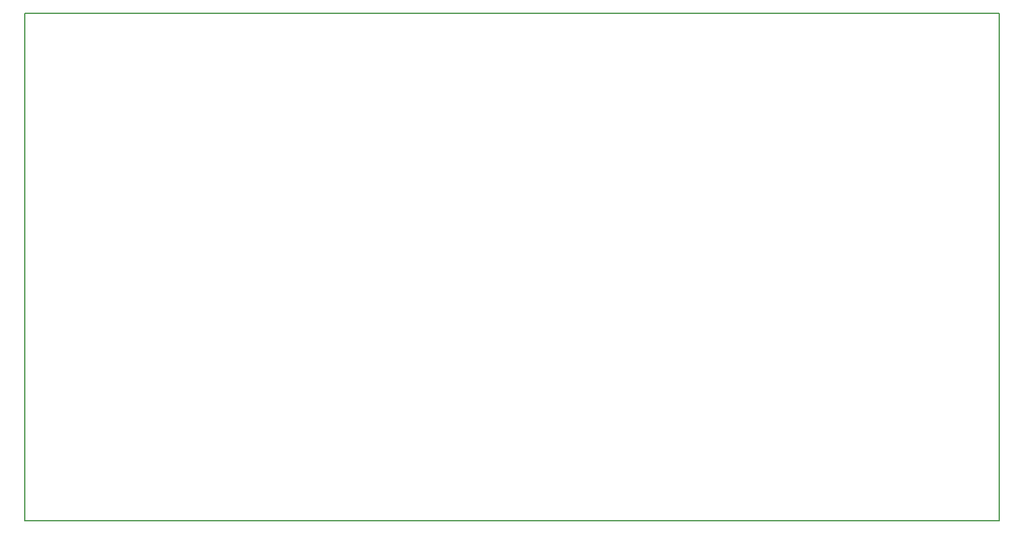
<source format=gm1>
G04 #@! TF.FileFunction,Profile,NP*
%FSLAX46Y46*%
G04 Gerber Fmt 4.6, Leading zero omitted, Abs format (unit mm)*
G04 Created by KiCad (PCBNEW 4.0.6) date Tuesday, April 17, 2018 'PMt' 09:28:30 PM*
%MOMM*%
%LPD*%
G01*
G04 APERTURE LIST*
%ADD10C,0.100000*%
%ADD11C,0.150000*%
G04 APERTURE END LIST*
D10*
D11*
X80010000Y-125730000D02*
X216535000Y-125730000D01*
X80010000Y-54610000D02*
X80010000Y-125730000D01*
X216535000Y-54610000D02*
X80010000Y-54610000D01*
X216535000Y-125730000D02*
X216535000Y-54610000D01*
M02*

</source>
